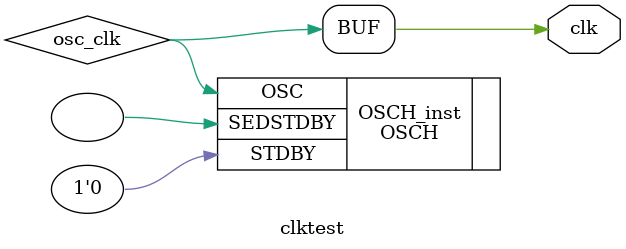
<source format=v>

module clktest(output clk);
	defparam OSCH_inst.NOM_FREQ = "7";
OSCH OSCH_inst( .STDBY(1'b0), // 0=Enabled, 1=Disabled
.OSC(osc_clk),
.SEDSTDBY());
	assign clk=osc_clk;
endmodule
</source>
